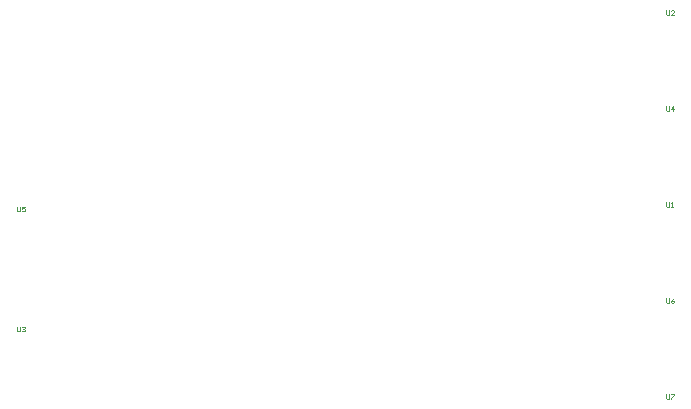
<source format=gm1>
G04*
G04 #@! TF.GenerationSoftware,Altium Limited,Altium Designer,22.3.1 (43)*
G04*
G04 Layer_Color=16711935*
%FSLAX25Y25*%
%MOIN*%
G70*
G04*
G04 #@! TF.SameCoordinates,A476BA3E-0ACD-4873-8504-19A6DC85AD4C*
G04*
G04*
G04 #@! TF.FilePolarity,Positive*
G04*
G01*
G75*
%ADD68C,0.00236*%
D68*
X280500Y159574D02*
Y158262D01*
X280762Y158000D01*
X281287D01*
X281550Y158262D01*
Y159574D01*
X283124Y158000D02*
X282074D01*
X283124Y159049D01*
Y159312D01*
X282861Y159574D01*
X282337D01*
X282074Y159312D01*
X280500Y127574D02*
Y126262D01*
X280762Y126000D01*
X281287D01*
X281550Y126262D01*
Y127574D01*
X282861Y126000D02*
Y127574D01*
X282074Y126787D01*
X283124D01*
X280500Y63574D02*
Y62262D01*
X280762Y62000D01*
X281287D01*
X281550Y62262D01*
Y63574D01*
X283124D02*
X282599Y63312D01*
X282074Y62787D01*
Y62262D01*
X282337Y62000D01*
X282861D01*
X283124Y62262D01*
Y62525D01*
X282861Y62787D01*
X282074D01*
X280500Y95574D02*
Y94262D01*
X280762Y94000D01*
X281287D01*
X281550Y94262D01*
Y95574D01*
X282074Y94000D02*
X282599D01*
X282337D01*
Y95574D01*
X282074Y95312D01*
X280500Y31574D02*
Y30262D01*
X280762Y30000D01*
X281287D01*
X281550Y30262D01*
Y31574D01*
X282074D02*
X283124D01*
Y31312D01*
X282074Y30262D01*
Y30000D01*
X64000Y94074D02*
Y92762D01*
X64262Y92500D01*
X64787D01*
X65049Y92762D01*
Y94074D01*
X66624D02*
X65574D01*
Y93287D01*
X66099Y93550D01*
X66361D01*
X66624Y93287D01*
Y92762D01*
X66361Y92500D01*
X65837D01*
X65574Y92762D01*
X64000Y54074D02*
Y52762D01*
X64262Y52500D01*
X64787D01*
X65049Y52762D01*
Y54074D01*
X65574Y53812D02*
X65837Y54074D01*
X66361D01*
X66624Y53812D01*
Y53549D01*
X66361Y53287D01*
X66099D01*
X66361D01*
X66624Y53025D01*
Y52762D01*
X66361Y52500D01*
X65837D01*
X65574Y52762D01*
M02*

</source>
